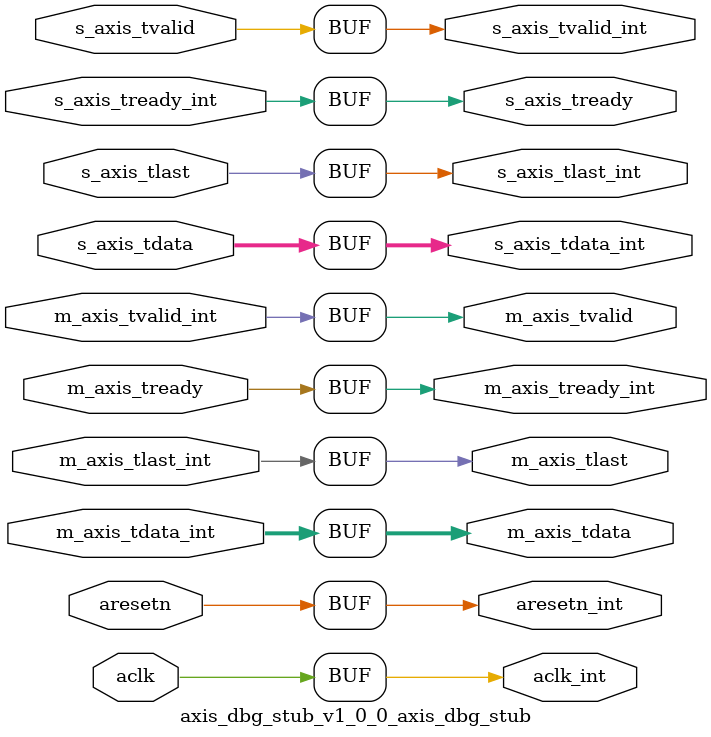
<source format=v>

`timescale 1 ns / 1 ps
(* DONT_TOUCH = "TRUE" *)
    module axis_dbg_stub_v1_0_0_axis_dbg_stub
    #(
      parameter integer C_AXIS_DATA_WIDTH   = 32
     )
     (
      input                                   aclk,
      (* DONT_TOUCH = "TRUE" *)input                                   aresetn,
      (* DONT_TOUCH = "TRUE" *)input                                   m_axis_tready,
      (* DONT_TOUCH = "TRUE" *)output                                  m_axis_tvalid,
      (* DONT_TOUCH = "TRUE" *)output                                  m_axis_tlast,
      (* DONT_TOUCH = "TRUE" *)output [C_AXIS_DATA_WIDTH-1 : 0]        m_axis_tdata,
      (* DONT_TOUCH = "TRUE" *)input                                   s_axis_tlast,
      (* DONT_TOUCH = "TRUE" *)input                                   s_axis_tvalid,
      (* DONT_TOUCH = "TRUE" *)input  [C_AXIS_DATA_WIDTH-1 : 0]        s_axis_tdata,
      (* DONT_TOUCH = "TRUE" *)output                                  s_axis_tready,
      output                                  aclk_int,
      (* DONT_TOUCH = "TRUE" *)output                                  aresetn_int,
      (* DONT_TOUCH = "TRUE" *)input                                   s_axis_tready_int,
      (* DONT_TOUCH = "TRUE" *)output                                  s_axis_tvalid_int,
      (* DONT_TOUCH = "TRUE" *)output                                  s_axis_tlast_int,
      (* DONT_TOUCH = "TRUE" *)output [C_AXIS_DATA_WIDTH-1 : 0]        s_axis_tdata_int,
      (* DONT_TOUCH = "TRUE" *)input                                   m_axis_tlast_int,
      (* DONT_TOUCH = "TRUE" *)input                                   m_axis_tvalid_int,
      (* DONT_TOUCH = "TRUE" *)input  [C_AXIS_DATA_WIDTH-1 : 0]        m_axis_tdata_int,
      (* DONT_TOUCH = "TRUE" *)output                                  m_axis_tready_int
     );


  assign aclk_int                           = aclk;
  assign aresetn_int                        = aresetn;
  assign s_axis_tvalid_int                  = s_axis_tvalid;
  assign s_axis_tdata_int                   = s_axis_tdata;
  assign s_axis_tlast_int                   = s_axis_tlast;
  assign s_axis_tready                      = s_axis_tready_int;
  assign m_axis_tvalid                      = m_axis_tvalid_int;
  assign m_axis_tdata                       = m_axis_tdata_int;
  assign m_axis_tlast                       = m_axis_tlast_int;
  assign m_axis_tready_int                  = m_axis_tready;

endmodule




</source>
